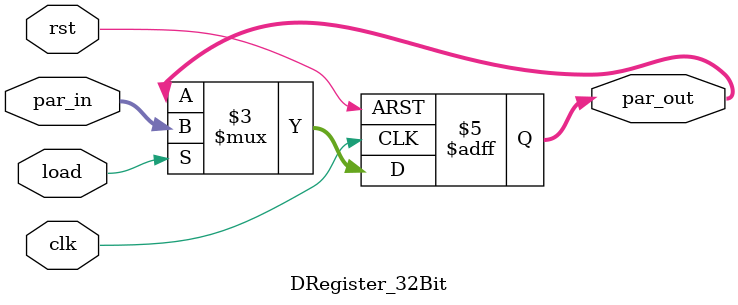
<source format=v>


`timescale 1ns/10ps

module DRegister_32Bit (
    clk,
    rst,
    load,
    par_in,
    par_out
);
// Simple 32-bit data register. It can load and reset.
// :param clk: Clock signal
// :param rst: Reset signal
// :param load: Load enable signal
// :param par_in: Parallel 32-bit input
// :param par_out: Parallel 32-bit output

input clk;
input rst;
input load;
input [31:0] par_in;
output [31:0] par_out;
reg [31:0] par_out;




always @(posedge clk, negedge rst) begin: DREGISTER_32BIT_LOGIC
    if (rst == 0) begin
        par_out <= 0;
    end
    else begin
        if (load) begin
            par_out <= par_in;
        end
    end
end

endmodule

</source>
